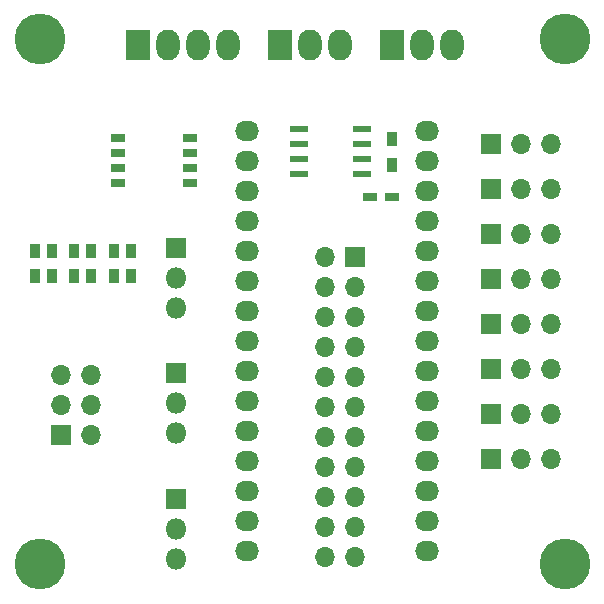
<source format=gts>
G04 #@! TF.FileFunction,Soldermask,Top*
%FSLAX46Y46*%
G04 Gerber Fmt 4.6, Leading zero omitted, Abs format (unit mm)*
G04 Created by KiCad (PCBNEW 4.0.7) date 02/19/18 15:12:52*
%MOMM*%
%LPD*%
G01*
G04 APERTURE LIST*
%ADD10C,0.100000*%
%ADD11R,2.000000X2.600000*%
%ADD12O,2.000000X2.600000*%
%ADD13O,2.032000X1.727200*%
%ADD14R,1.200000X0.750000*%
%ADD15R,1.800000X1.800000*%
%ADD16O,1.800000X1.800000*%
%ADD17R,0.900000X1.200000*%
%ADD18R,1.550000X0.600000*%
%ADD19C,4.300000*%
%ADD20R,1.700000X1.700000*%
%ADD21O,1.700000X1.700000*%
%ADD22R,1.250000X0.760000*%
G04 APERTURE END LIST*
D10*
D11*
X137848737Y-65278000D03*
D12*
X140388737Y-65278000D03*
X142928737Y-65278000D03*
X145468737Y-65278000D03*
D13*
X147066000Y-72517000D03*
X147066000Y-75057000D03*
X147066000Y-77597000D03*
X147066000Y-80137000D03*
X147066000Y-82677000D03*
X147066000Y-85217000D03*
X147066000Y-87757000D03*
X147066000Y-90297000D03*
X147066000Y-92837000D03*
X147066000Y-95377000D03*
X147066000Y-97917000D03*
X147066000Y-100457000D03*
X147066000Y-102997000D03*
X147066000Y-105537000D03*
X147066000Y-108077000D03*
X162306000Y-72517000D03*
X162306000Y-75057000D03*
X162306000Y-77597000D03*
X162306000Y-80137000D03*
X162306000Y-82677000D03*
X162306000Y-85217000D03*
X162306000Y-87757000D03*
X162306000Y-90297000D03*
X162306000Y-92837000D03*
X162306000Y-95377000D03*
X162306000Y-97917000D03*
X162306000Y-100457000D03*
X162306000Y-102997000D03*
X162306000Y-105537000D03*
X162306000Y-108077000D03*
D14*
X157485000Y-78105000D03*
X159385000Y-78105000D03*
D15*
X141100000Y-103660000D03*
D16*
X141100000Y-106200000D03*
X141100000Y-108740000D03*
D17*
X159385000Y-73195000D03*
X159385000Y-75395000D03*
D18*
X151445000Y-72390000D03*
X151445000Y-73660000D03*
X151445000Y-74930000D03*
X151445000Y-76200000D03*
X156845000Y-76200000D03*
X156845000Y-74930000D03*
X156845000Y-73660000D03*
X156845000Y-72390000D03*
D11*
X149860000Y-65278000D03*
D12*
X152400000Y-65278000D03*
X154940000Y-65278000D03*
D11*
X159385000Y-65278000D03*
D12*
X161925000Y-65278000D03*
X164465000Y-65278000D03*
D19*
X173990000Y-64770000D03*
X173990000Y-109220000D03*
X129540000Y-109220000D03*
D20*
X156210000Y-83185000D03*
D21*
X153670000Y-83185000D03*
X156210000Y-85725000D03*
X153670000Y-85725000D03*
X156210000Y-88265000D03*
X153670000Y-88265000D03*
X156210000Y-90805000D03*
X153670000Y-90805000D03*
X156210000Y-93345000D03*
X153670000Y-93345000D03*
X156210000Y-95885000D03*
X153670000Y-95885000D03*
X156210000Y-98425000D03*
X153670000Y-98425000D03*
X156210000Y-100965000D03*
X153670000Y-100965000D03*
X156210000Y-103505000D03*
X153670000Y-103505000D03*
X156210000Y-106045000D03*
X153670000Y-106045000D03*
X156210000Y-108585000D03*
X153670000Y-108585000D03*
D20*
X167720000Y-100329996D03*
D21*
X170260000Y-100329996D03*
X172800000Y-100329996D03*
D20*
X167720000Y-96518568D03*
D21*
X170260000Y-96518568D03*
X172800000Y-96518568D03*
D20*
X167720000Y-92707140D03*
D21*
X170260000Y-92707140D03*
X172800000Y-92707140D03*
D20*
X167720000Y-88895712D03*
D21*
X170260000Y-88895712D03*
X172800000Y-88895712D03*
D20*
X167700000Y-85084284D03*
D21*
X170240000Y-85084284D03*
X172780000Y-85084284D03*
D20*
X167720000Y-81272856D03*
D21*
X170260000Y-81272856D03*
X172800000Y-81272856D03*
D20*
X167700000Y-77461428D03*
D21*
X170240000Y-77461428D03*
X172780000Y-77461428D03*
D20*
X167700000Y-73650000D03*
D21*
X170240000Y-73650000D03*
X172780000Y-73650000D03*
D19*
X129540000Y-64770000D03*
D15*
X141100000Y-93060000D03*
D16*
X141100000Y-95600000D03*
X141100000Y-98140000D03*
D15*
X141100000Y-82480000D03*
D16*
X141100000Y-85020000D03*
X141100000Y-87560000D03*
D17*
X130600000Y-82660000D03*
X130600000Y-84860000D03*
X133900000Y-82660000D03*
X133900000Y-84860000D03*
X137300000Y-82660000D03*
X137300000Y-84860000D03*
X129100000Y-84860000D03*
X129100000Y-82660000D03*
X132400000Y-84860000D03*
X132400000Y-82660000D03*
X135800000Y-84860000D03*
X135800000Y-82660000D03*
D20*
X131318000Y-98298000D03*
D21*
X133858000Y-98298000D03*
X131318000Y-95758000D03*
X133858000Y-95758000D03*
X131318000Y-93218000D03*
X133858000Y-93218000D03*
D22*
X136149000Y-73152000D03*
X142299000Y-76962000D03*
X136149000Y-74422000D03*
X142299000Y-75692000D03*
X136149000Y-75692000D03*
X142299000Y-74422000D03*
X136149000Y-76962000D03*
X142299000Y-73152000D03*
M02*

</source>
